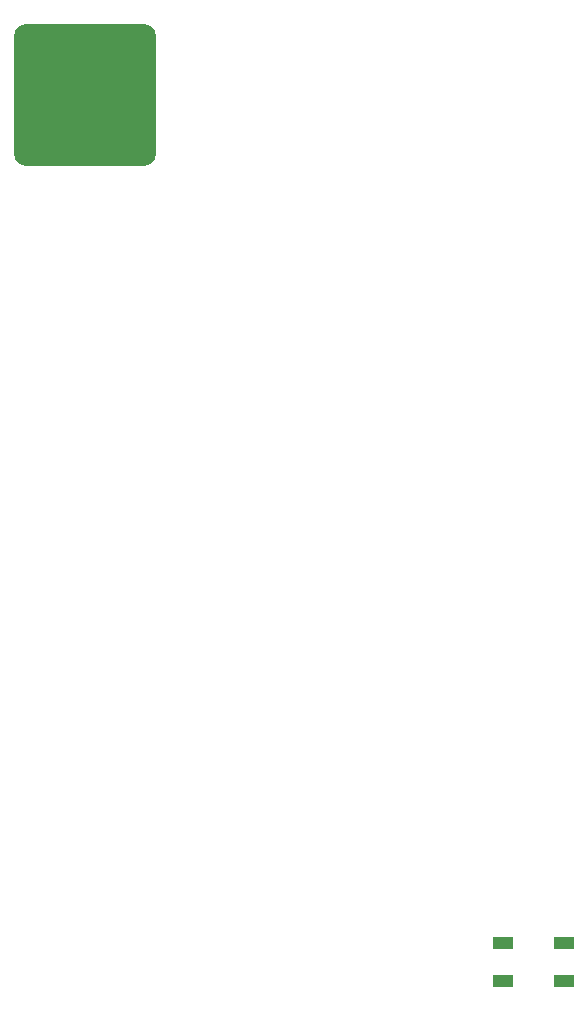
<source format=gbr>
%TF.GenerationSoftware,KiCad,Pcbnew,7.0.9*%
%TF.CreationDate,2024-02-10T01:22:26-05:00*%
%TF.ProjectId,BREAD_Slice,42524541-445f-4536-9c69-63652e6b6963,rev?*%
%TF.SameCoordinates,PX74eba40PY8552dc0*%
%TF.FileFunction,Paste,Top*%
%TF.FilePolarity,Positive*%
%FSLAX46Y46*%
G04 Gerber Fmt 4.6, Leading zero omitted, Abs format (unit mm)*
G04 Created by KiCad (PCBNEW 7.0.9) date 2024-02-10 01:22:26*
%MOMM*%
%LPD*%
G01*
G04 APERTURE LIST*
G04 Aperture macros list*
%AMRoundRect*
0 Rectangle with rounded corners*
0 $1 Rounding radius*
0 $2 $3 $4 $5 $6 $7 $8 $9 X,Y pos of 4 corners*
0 Add a 4 corners polygon primitive as box body*
4,1,4,$2,$3,$4,$5,$6,$7,$8,$9,$2,$3,0*
0 Add four circle primitives for the rounded corners*
1,1,$1+$1,$2,$3*
1,1,$1+$1,$4,$5*
1,1,$1+$1,$6,$7*
1,1,$1+$1,$8,$9*
0 Add four rect primitives between the rounded corners*
20,1,$1+$1,$2,$3,$4,$5,0*
20,1,$1+$1,$4,$5,$6,$7,0*
20,1,$1+$1,$6,$7,$8,$9,0*
20,1,$1+$1,$8,$9,$2,$3,0*%
G04 Aperture macros list end*
%ADD10RoundRect,1.000000X-5.000000X-5.000000X5.000000X-5.000000X5.000000X5.000000X-5.000000X5.000000X0*%
%ADD11R,1.651000X1.000000*%
G04 APERTURE END LIST*
D10*
%TO.C,HS1*%
X12700000Y77100000D03*
%TD*%
D11*
%TO.C,D1*%
X48123000Y5267231D03*
X48123000Y2067231D03*
X53277000Y2067231D03*
X53277000Y5267231D03*
%TD*%
M02*

</source>
